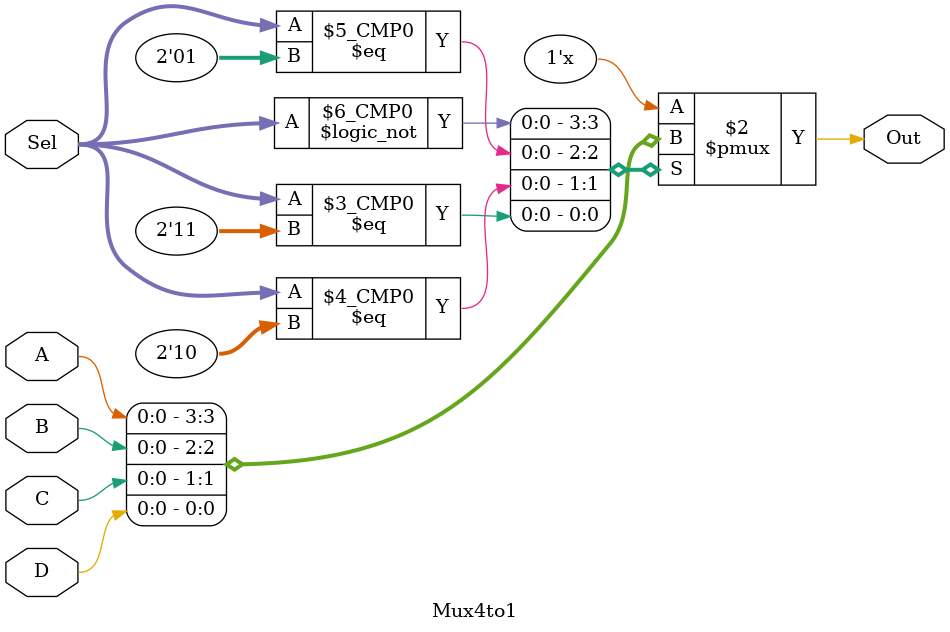
<source format=v>
`timescale 1ns / 1ps
module Mux4to1(
    input A,
    input B,
    input C,
    input D,
	 input [1:0] Sel,
    output reg Out
    );

always @(A or B or C or D or Sel)
begin
case (Sel)
	2'b00: Out <= A;
	2'b01: Out <= B;
	2'b10: Out <= C;
	2'b11: Out <= D;
	endcase
end
endmodule

</source>
